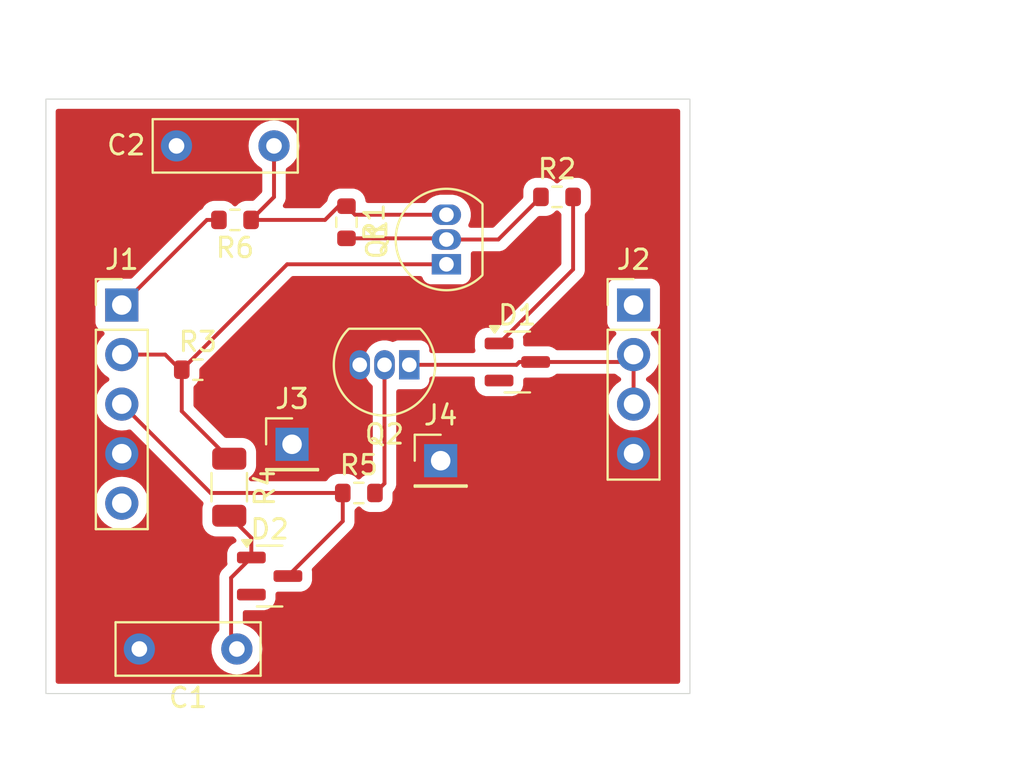
<source format=kicad_pcb>
(kicad_pcb (version 20240108) (generator "pcbnew") (generator_version "8.0")
  (layers (0 "F.Cu" signal) (31 "B.Cu" signal) (34 "B.Paste" user) (35 "F.Paste" user) (36 "B.SilkS" user "B.Silkscreen") (37 "F.SilkS" user "F.Silkscreen") (38 "B.Mask" user) (39 "F.Mask" user) (44 "Edge.Cuts" user))
  (net 0 "")
  (net 1 "Net-(D2-A)")
  (net 2 "GND")
  (net 3 "Net-(Q1-E)")
  (net 4 "Net-(D1-K)")
  (net 5 "Net-(D1-A)")
  (net 6 "Net-(D2-K)")
  (net 7 "Net-(J1-Pin_1)")
  (net 9 "Net-(J1-Pin_2)")
  (net 10 "Net-(Q1-B)")
  (net 11 "Net-(Q2-B)")
  (footprint "Connector_PinHeader_2.54mm:PinHeader_1x01_P2.54mm_Vertical" (layer "F.Cu") (at 120.57 87.12)
    (property "Reference" "J4" (at 0 -2.33 0) (layer "F.SilkS"))
    (property "Value" "Conn_01x01_Socket")
    (fp_line (start -1.33 -1.33) (end 0 -1.33) (stroke (width 0.12)) (layer "F.SilkS"))
    (fp_line (start -1.33 0) (end -1.33 -1.33) (stroke (width 0.12)) (layer "F.SilkS"))
    (fp_line (start -1.33 1.27) (end -1.33 1.33) (stroke (width 0.12)) (layer "F.SilkS"))
    (fp_line (start -1.33 1.27) (end 1.33 1.27) (stroke (width 0.12)) (layer "F.SilkS"))
    (fp_line (start -1.33 1.33) (end 1.33 1.33) (stroke (width 0.12)) (layer "F.SilkS"))
    (fp_line (start 1.33 1.27) (end 1.33 1.33) (stroke (width 0.12)) (layer "F.SilkS"))
    (pad "1" thru_hole rect (at 0 0) (size 1.7 1.7) (drill 1) (layers "*.Cu" "*.Mask") (net 2 "GND"))
  )
  (footprint "Package_TO_SOT_SMD:SOT-23" (layer "F.Cu") (at 111.8 93.035)
    (property "Reference" "D2" (at 0 -2.4 0) (layer "F.SilkS"))
    (property "Value" "1N4148")
    (fp_line (start 0 -1.56) (end -0.65 -1.56) (stroke (width 0.12)) (layer "F.SilkS"))
    (fp_line (start 0 -1.56) (end 0.65 -1.56) (stroke (width 0.12)) (layer "F.SilkS"))
    (fp_line (start 0 1.56) (end -0.65 1.56) (stroke (width 0.12)) (layer "F.SilkS"))
    (fp_line (start 0 1.56) (end 0.65 1.56) (stroke (width 0.12)) (layer "F.SilkS"))
    (fp_poly (pts (xy -1.1625 -1.51) (xy -1.4025 -1.84) (xy -0.9225 -1.84) (xy -1.1625 -1.51)) (stroke (width 0.12)) (fill solid) (layer "F.SilkS"))
    (pad "1" smd roundrect (at -0.9375 -0.95) (size 1.475 0.6) (layers "F.Cu" "F.Paste" "F.Mask") (net 1 "Net-(D2-A)"))
    (pad "2" smd roundrect (at -0.9375 0.95) (size 1.475 0.6) (layers "F.Cu" "F.Paste" "F.Mask"))
    (pad "3" smd roundrect (at 0.9375 0) (size 1.475 0.6) (layers "F.Cu" "F.Paste" "F.Mask") (net 6 "Net-(D2-K)"))
  )
  (footprint "Resistor_SMD:R_0603_1608Metric" (layer "F.Cu") (at 126.535 73.595)
    (property "Reference" "R2" (at 0 -1.43 0) (layer "F.SilkS"))
    (property "Value" "33k")
    (fp_line (start -0.237258 -0.5225) (end 0.237258 -0.5225) (stroke (width 0.12)) (layer "F.SilkS"))
    (fp_line (start -0.237258 0.5225) (end 0.237258 0.5225) (stroke (width 0.12)) (layer "F.SilkS"))
    (pad "1" smd roundrect (at -0.825 0) (size 0.8 0.95) (layers "F.Cu" "F.Paste" "F.Mask") (net 10 "Net-(Q1-B)"))
    (pad "2" smd roundrect (at 0.825 0) (size 0.8 0.95) (layers "F.Cu" "F.Paste" "F.Mask") (net 5 "Net-(D1-A)"))
  )
  (footprint "Resistor_SMD:R_0603_1608Metric" (layer "F.Cu") (at 115.74 74.895 -90)
    (property "Reference" "R1" (at 0 -1.43 90) (layer "F.SilkS"))
    (property "Value" "33k")
    (fp_line (start -0.237258 0.5225) (end 0.237258 0.5225) (stroke (width 0.12)) (layer "F.SilkS"))
    (fp_line (start -0.237258 -0.5225) (end 0.237258 -0.5225) (stroke (width 0.12)) (layer "F.SilkS"))
    (pad "1" smd roundrect (at -0.825 0 270) (size 0.8 0.95) (layers "F.Cu" "F.Paste" "F.Mask") (net 3 "Net-(Q1-E)"))
    (pad "2" smd roundrect (at 0.825 0 270) (size 0.8 0.95) (layers "F.Cu" "F.Paste" "F.Mask") (net 10 "Net-(Q1-B)"))
  )
  (footprint "Resistor_SMD:R_0603_1608Metric" (layer "F.Cu") (at 116.375 88.775)
    (property "Reference" "R5" (at 0 -1.43 0) (layer "F.SilkS"))
    (property "Value" "15k")
    (fp_line (start -0.237258 -0.5225) (end 0.237258 -0.5225) (stroke (width 0.12)) (layer "F.SilkS"))
    (fp_line (start -0.237258 0.5225) (end 0.237258 0.5225) (stroke (width 0.12)) (layer "F.SilkS"))
    (pad "1" smd roundrect (at -0.825 0) (size 0.8 0.95) (layers "F.Cu" "F.Paste" "F.Mask") (net 6 "Net-(D2-K)"))
    (pad "2" smd roundrect (at 0.825 0) (size 0.8 0.95) (layers "F.Cu" "F.Paste" "F.Mask") (net 11 "Net-(Q2-B)"))
  )
  (footprint "Resistor_SMD:R_0603_1608Metric" (layer "F.Cu") (at 110.025 74.775 180)
    (property "Reference" "R6" (at 0 -1.43 0) (layer "F.SilkS"))
    (property "Value" "150R")
    (fp_line (start -0.237258 0.5225) (end 0.237258 0.5225) (stroke (width 0.12)) (layer "F.SilkS"))
    (fp_line (start -0.237258 -0.5225) (end 0.237258 -0.5225) (stroke (width 0.12)) (layer "F.SilkS"))
    (pad "1" smd roundrect (at -0.825 0 180) (size 0.8 0.95) (layers "F.Cu" "F.Paste" "F.Mask") (net 3 "Net-(Q1-E)"))
    (pad "2" smd roundrect (at 0.825 0 180) (size 0.8 0.95) (layers "F.Cu" "F.Paste" "F.Mask") (net 7 "Net-(J1-Pin_1)"))
  )
  (footprint "Connector_PinHeader_2.54mm:PinHeader_1x05_P2.54mm_Vertical" (layer "F.Cu") (at 104.22 79.14)
    (property "Reference" "J1" (at 0 -2.33 0) (layer "F.SilkS"))
    (property "Value" "Conn_01x05_Pin")
    (fp_line (start -1.33 -1.33) (end 0 -1.33) (stroke (width 0.12)) (layer "F.SilkS"))
    (fp_line (start -1.33 0) (end -1.33 -1.33) (stroke (width 0.12)) (layer "F.SilkS"))
    (fp_line (start -1.33 1.27) (end -1.33 11.49) (stroke (width 0.12)) (layer "F.SilkS"))
    (fp_line (start -1.33 1.27) (end 1.33 1.27) (stroke (width 0.12)) (layer "F.SilkS"))
    (fp_line (start -1.33 11.49) (end 1.33 11.49) (stroke (width 0.12)) (layer "F.SilkS"))
    (fp_line (start 1.33 1.27) (end 1.33 11.49) (stroke (width 0.12)) (layer "F.SilkS"))
    (pad "1" thru_hole rect (at 0 0) (size 1.7 1.7) (drill 1) (layers "*.Cu" "*.Mask") (net 7 "Net-(J1-Pin_1)"))
    (pad "2" thru_hole oval (at 0 2.54) (size 1.7 1.7) (drill 1) (layers "*.Cu" "*.Mask") (net 9 "Net-(J1-Pin_2)"))
    (pad "3" thru_hole oval (at 0 5.08) (size 1.7 1.7) (drill 1) (layers "*.Cu" "*.Mask") (net 6 "Net-(D2-K)"))
    (pad "4" thru_hole oval (at 0 7.62) (size 1.7 1.7) (drill 1) (layers "*.Cu" "*.Mask") (net 2 "GND"))
    (pad "5" thru_hole oval (at 0 10.16) (size 1.7 1.7) (drill 1) (layers "*.Cu" "*.Mask"))
  )
  (footprint "Package_TO_SOT_THT:TO-92_Inline" (layer "F.Cu") (at 118.96 82.205 180)
    (property "Reference" "Q2" (at 1.27 -3.56 0) (layer "F.SilkS"))
    (property "Value" "BC547")
    (fp_line (start -0.53 1.85) (end 3.07 1.85) (stroke (width 0.12)) (layer "F.SilkS"))
    (fp_arc (start 1.27 -2.6) (mid 3.672087 -0.994977) (end 3.108478 1.838478) (stroke (width 0.12)) (layer "F.SilkS"))
    (fp_arc (start -0.568478 1.838478) (mid -1.132087 -0.994977) (end 1.27 -2.6) (stroke (width 0.12)) (layer "F.SilkS"))
    (pad "1" thru_hole rect (at 0 0 180) (size 1.05 1.5) (drill 0.75) (layers "*.Cu" "*.Mask") (net 4 "Net-(D1-K)"))
    (pad "2" thru_hole oval (at 1.27 0 180) (size 1.05 1.5) (drill 0.75) (layers "*.Cu" "*.Mask") (net 11 "Net-(Q2-B)"))
    (pad "3" thru_hole oval (at 2.54 0 180) (size 1.05 1.5) (drill 0.75) (layers "*.Cu" "*.Mask") (net 2 "GND"))
  )
  (footprint "Resistor_SMD:R_1206_3216Metric" (layer "F.Cu") (at 109.73 88.48 -90)
    (property "Reference" "R4" (at 0 -1.82 90) (layer "F.SilkS"))
    (property "Value" "4k7")
    (fp_line (start -0.727064 0.91) (end 0.727064 0.91) (stroke (width 0.12)) (layer "F.SilkS"))
    (fp_line (start -0.727064 -0.91) (end 0.727064 -0.91) (stroke (width 0.12)) (layer "F.SilkS"))
    (pad "1" smd roundrect (at -1.4625 0 270) (size 1.125 1.75) (layers "F.Cu" "F.Paste" "F.Mask") (roundrect_rratio 0.222222) (net 9 "Net-(J1-Pin_2)"))
    (pad "2" smd roundrect (at 1.4625 0 270) (size 1.125 1.75) (layers "F.Cu" "F.Paste" "F.Mask") (roundrect_rratio 0.222222) (net 1 "Net-(D2-A)"))
  )
  (footprint "Connector_PinHeader_2.54mm:PinHeader_1x01_P2.54mm_Vertical" (layer "F.Cu") (at 112.95 86.28)
    (property "Reference" "J3" (at 0 -2.33 0) (layer "F.SilkS"))
    (property "Value" "Conn_01x01_Socket")
    (fp_line (start -1.33 -1.33) (end 0 -1.33) (stroke (width 0.12)) (layer "F.SilkS"))
    (fp_line (start -1.33 0) (end -1.33 -1.33) (stroke (width 0.12)) (layer "F.SilkS"))
    (fp_line (start -1.33 1.27) (end -1.33 1.33) (stroke (width 0.12)) (layer "F.SilkS"))
    (fp_line (start -1.33 1.27) (end 1.33 1.27) (stroke (width 0.12)) (layer "F.SilkS"))
    (fp_line (start -1.33 1.33) (end 1.33 1.33) (stroke (width 0.12)) (layer "F.SilkS"))
    (fp_line (start 1.33 1.27) (end 1.33 1.33) (stroke (width 0.12)) (layer "F.SilkS"))
    (pad "1" thru_hole rect (at 0 0) (size 1.7 1.7) (drill 1) (layers "*.Cu" "*.Mask") (net 2 "GND"))
  )
  (footprint "Connector_PinHeader_2.54mm:PinHeader_1x04_P2.54mm_Vertical" (layer "F.Cu") (at 130.46 79.14)
    (property "Reference" "J2" (at 0 -2.33 0) (layer "F.SilkS"))
    (property "Value" "AudioPlug4")
    (fp_line (start -1.33 -1.33) (end 0 -1.33) (stroke (width 0.12)) (layer "F.SilkS"))
    (fp_line (start -1.33 0) (end -1.33 -1.33) (stroke (width 0.12)) (layer "F.SilkS"))
    (fp_line (start -1.33 1.27) (end -1.33 8.95) (stroke (width 0.12)) (layer "F.SilkS"))
    (fp_line (start -1.33 1.27) (end 1.33 1.27) (stroke (width 0.12)) (layer "F.SilkS"))
    (fp_line (start -1.33 8.95) (end 1.33 8.95) (stroke (width 0.12)) (layer "F.SilkS"))
    (fp_line (start 1.33 1.27) (end 1.33 8.95) (stroke (width 0.12)) (layer "F.SilkS"))
    (pad "R1" thru_hole oval (at 0 2.54) (size 1.7 1.7) (drill 1) (layers "*.Cu" "*.Mask") (net 4 "Net-(D1-K)"))
    (pad "R2" thru_hole oval (at 0 5.08) (size 1.7 1.7) (drill 1) (layers "*.Cu" "*.Mask") (net 4 "Net-(D1-K)"))
    (pad "S" thru_hole oval (at 0 7.62) (size 1.7 1.7) (drill 1) (layers "*.Cu" "*.Mask") (net 2 "GND"))
    (pad "T" thru_hole rect (at 0 0) (size 1.7 1.7) (drill 1) (layers "*.Cu" "*.Mask"))
  )
  (footprint "Capacitor_THT:C_Rect_L7.2mm_W2.5mm_P5.00mm_FKS2_FKP2_MKS2_MKP2" (layer "F.Cu") (at 110.12 96.775 180)
    (property "Reference" "C1" (at 2.5 -2.5 0) (layer "F.SilkS"))
    (property "Value" "0.47µF")
    (fp_line (start 6.22 -1.37) (end 6.22 1.37) (stroke (width 0.12)) (layer "F.SilkS"))
    (fp_line (start -1.22 1.37) (end 6.22 1.37) (stroke (width 0.12)) (layer "F.SilkS"))
    (fp_line (start -1.22 -1.37) (end 6.22 -1.37) (stroke (width 0.12)) (layer "F.SilkS"))
    (fp_line (start -1.22 -1.37) (end -1.22 1.37) (stroke (width 0.12)) (layer "F.SilkS"))
    (pad "1" thru_hole circle (at 0 0 180) (size 1.6 1.6) (drill 0.8) (layers "*.Cu" "*.Mask") (net 1 "Net-(D2-A)"))
    (pad "2" thru_hole circle (at 5 0 180) (size 1.6 1.6) (drill 0.8) (layers "*.Cu" "*.Mask") (net 2 "GND"))
  )
  (footprint "Resistor_SMD:R_0603_1608Metric" (layer "F.Cu") (at 108.12 82.455)
    (property "Reference" "R3" (at 0 -1.43 0) (layer "F.SilkS"))
    (property "Value" "47k")
    (fp_line (start -0.237258 -0.5225) (end 0.237258 -0.5225) (stroke (width 0.12)) (layer "F.SilkS"))
    (fp_line (start -0.237258 0.5225) (end 0.237258 0.5225) (stroke (width 0.12)) (layer "F.SilkS"))
    (pad "1" smd roundrect (at -0.825 0) (size 0.8 0.95) (layers "F.Cu" "F.Paste" "F.Mask") (net 9 "Net-(J1-Pin_2)"))
    (pad "2" smd roundrect (at 0.825 0) (size 0.8 0.95) (layers "F.Cu" "F.Paste" "F.Mask") (net 2 "GND"))
  )
  (footprint "Package_TO_SOT_SMD:SOT-23" (layer "F.Cu") (at 124.5 82.06)
    (property "Reference" "D1" (at 0 -2.4 0) (layer "F.SilkS"))
    (property "Value" "1N4148")
    (fp_line (start 0 -1.56) (end -0.65 -1.56) (stroke (width 0.12)) (layer "F.SilkS"))
    (fp_line (start 0 -1.56) (end 0.65 -1.56) (stroke (width 0.12)) (layer "F.SilkS"))
    (fp_line (start 0 1.56) (end -0.65 1.56) (stroke (width 0.12)) (layer "F.SilkS"))
    (fp_line (start 0 1.56) (end 0.65 1.56) (stroke (width 0.12)) (layer "F.SilkS"))
    (fp_poly (pts (xy -1.1625 -1.51) (xy -1.4025 -1.84) (xy -0.9225 -1.84) (xy -1.1625 -1.51)) (stroke (width 0.12)) (fill solid) (layer "F.SilkS"))
    (pad "1" smd roundrect (at -0.9375 -0.95) (size 1.475 0.6) (layers "F.Cu" "F.Paste" "F.Mask") (net 5 "Net-(D1-A)"))
    (pad "2" smd roundrect (at -0.9375 0.95) (size 1.475 0.6) (layers "F.Cu" "F.Paste" "F.Mask"))
    (pad "3" smd roundrect (at 0.9375 0) (size 1.475 0.6) (layers "F.Cu" "F.Paste" "F.Mask") (net 4 "Net-(D1-K)"))
  )
  (footprint "Package_TO_SOT_THT:TO-92_Inline" (layer "F.Cu") (at 120.865 77.05 90)
    (property "Reference" "Q1" (at 1.27 -3.56 90) (layer "F.SilkS"))
    (property "Value" "BC557")
    (fp_line (start -0.53 1.85) (end 3.07 1.85) (stroke (width 0.12)) (layer "F.SilkS"))
    (fp_arc (start 1.27 -2.6) (mid 3.672087 -0.994977) (end 3.108478 1.838478) (stroke (width 0.12)) (layer "F.SilkS"))
    (fp_arc (start -0.568478 1.838478) (mid -1.132087 -0.994977) (end 1.27 -2.6) (stroke (width 0.12)) (layer "F.SilkS"))
    (pad "1" thru_hole rect (at 0 0 90) (size 1.05 1.5) (drill 0.75) (layers "*.Cu" "*.Mask") (net 9 "Net-(J1-Pin_2)"))
    (pad "2" thru_hole oval (at 1.27 0 90) (size 1.05 1.5) (drill 0.75) (layers "*.Cu" "*.Mask") (net 10 "Net-(Q1-B)"))
    (pad "3" thru_hole oval (at 2.54 0 90) (size 1.05 1.5) (drill 0.75) (layers "*.Cu" "*.Mask") (net 3 "Net-(Q1-E)"))
  )
  (footprint "Capacitor_THT:C_Rect_L7.2mm_W2.5mm_P5.00mm_FKS2_FKP2_MKS2_MKP2" (layer "F.Cu") (at 112.025 70.98 180)
    (property "Reference" "C2" (at 7.58 0.04 0) (layer "F.SilkS"))
    (property "Value" "1µF")
    (fp_line (start 6.22 -1.37) (end 6.22 1.37) (stroke (width 0.12)) (layer "F.SilkS"))
    (fp_line (start -1.22 1.37) (end 6.22 1.37) (stroke (width 0.12)) (layer "F.SilkS"))
    (fp_line (start -1.22 -1.37) (end 6.22 -1.37) (stroke (width 0.12)) (layer "F.SilkS"))
    (fp_line (start -1.22 -1.37) (end -1.22 1.37) (stroke (width 0.12)) (layer "F.SilkS"))
    (pad "1" thru_hole circle (at 0 0 180) (size 1.6 1.6) (drill 0.8) (layers "*.Cu" "*.Mask") (net 3 "Net-(Q1-E)"))
    (pad "2" thru_hole circle (at 5 0 180) (size 1.6 1.6) (drill 0.8) (layers "*.Cu" "*.Mask") (net 2 "GND"))
  )
  (gr_rect (start 100.33 68.58) (end 133.35 99.06) (stroke (width 0.05)) (fill none) (layer "Edge.Cuts"))
  (segment (start 110.8625 91.075) (end 110.8625 92.085) (width 0.2) (layer "F.Cu") (net 1))
  (segment (start 109.825 93.1225) (end 109.825 96.48) (width 0.2) (layer "F.Cu") (net 1))
  (segment (start 110.8625 92.085) (end 109.825 93.1225) (width 0.2) (layer "F.Cu") (net 1))
  (segment (start 109.825 96.48) (end 110.12 96.775) (width 0.2) (layer "F.Cu") (net 1))
  (segment (start 109.73 89.9425) (end 110.8625 91.075) (width 0.2) (layer "F.Cu") (net 1))
  (segment (start 115.345 74.07) (end 114.64 74.775) (width 0.2) (layer "F.Cu") (net 3))
  (segment (start 114.64 74.775) (end 110.85 74.775) (width 0.2) (layer "F.Cu") (net 3))
  (segment (start 112.025 70.98) (end 112.025 73.6) (width 0.2) (layer "F.Cu") (net 3))
  (segment (start 120.865 74.51) (end 116.18 74.51) (width 0.2) (layer "F.Cu") (net 3))
  (segment (start 116.18 74.51) (end 115.74 74.07) (width 0.2) (layer "F.Cu") (net 3))
  (segment (start 115.74 74.07) (end 115.345 74.07) (width 0.2) (layer "F.Cu") (net 3))
  (segment (start 112.025 73.6) (end 110.85 74.775) (width 0.2) (layer "F.Cu") (net 3))
  (segment (start 124.605 82.06) (end 124.46 82.205) (width 0.2) (layer "F.Cu") (net 4))
  (segment (start 130.46 81.68) (end 130.46 84.22) (width 0.2) (layer "F.Cu") (net 4))
  (segment (start 124.46 82.205) (end 118.96 82.205) (width 0.2) (layer "F.Cu") (net 4))
  (segment (start 130.08 82.06) (end 130.46 81.68) (width 0.2) (layer "F.Cu") (net 4))
  (segment (start 125.4375 82.06) (end 124.605 82.06) (width 0.2) (layer "F.Cu") (net 4))
  (segment (start 125.4375 82.06) (end 130.08 82.06) (width 0.2) (layer "F.Cu") (net 4))
  (segment (start 127.36 73.595) (end 127.36 77.3125) (width 0.2) (layer "F.Cu") (net 5))
  (segment (start 127.36 77.3125) (end 123.5625 81.11) (width 0.2) (layer "F.Cu") (net 5))
  (segment (start 108.775 88.775) (end 104.22 84.22) (width 0.2) (layer "F.Cu") (net 6))
  (segment (start 115.55 88.775) (end 108.775 88.775) (width 0.2) (layer "F.Cu") (net 6))
  (segment (start 115.55 88.775) (end 115.55 90.2225) (width 0.2) (layer "F.Cu") (net 6))
  (segment (start 115.55 90.2225) (end 112.7375 93.035) (width 0.2) (layer "F.Cu") (net 6))
  (segment (start 108.585 74.775) (end 104.22 79.14) (width 0.2) (layer "F.Cu") (net 7))
  (segment (start 109.2 74.775) (end 108.585 74.775) (width 0.2) (layer "F.Cu") (net 7))
  (segment (start 107.295 82.455) (end 107.22 82.455) (width 0.2) (layer "F.Cu") (net 9))
  (segment (start 120.865 77.05) (end 112.7 77.05) (width 0.2) (layer "F.Cu") (net 9))
  (segment (start 112.7 77.05) (end 107.295 82.455) (width 0.2) (layer "F.Cu") (net 9))
  (segment (start 107.295 84.5825) (end 109.73 87.0175) (width 0.2) (layer "F.Cu") (net 9))
  (segment (start 106.445 81.68) (end 104.22 81.68) (width 0.2) (layer "F.Cu") (net 9))
  (segment (start 107.295 82.455) (end 107.295 84.5825) (width 0.2) (layer "F.Cu") (net 9))
  (segment (start 107.22 82.455) (end 106.445 81.68) (width 0.2) (layer "F.Cu") (net 9))
  (segment (start 123.525 75.78) (end 125.71 73.595) (width 0.2) (layer "F.Cu") (net 10))
  (segment (start 120.17 75.72) (end 115.74 75.72) (width 0.2) (layer "F.Cu") (net 10))
  (segment (start 120.865 75.78) (end 120.23 75.78) (width 0.2) (layer "F.Cu") (net 10))
  (segment (start 120.23 75.78) (end 120.17 75.72) (width 0.2) (layer "F.Cu") (net 10))
  (segment (start 120.865 75.78) (end 123.525 75.78) (width 0.2) (layer "F.Cu") (net 10))
  (segment (start 117.69 88.285) (end 117.69 82.205) (width 0.2) (layer "F.Cu") (net 11))
  (segment (start 117.2 88.775) (end 117.69 88.285) (width 0.2) (layer "F.Cu") (net 11))
  (zone (net 2) (net_name "GND") (layer "F.Cu") (connect_pads yes (clearance 0.5)) (min_thickness 0.25) (fill yes (thermal_gap 0.5) (thermal_bridge_width 0.5))
    (polygon (pts (xy 99.06 63.5) (xy 99.06 102.87) (xy 150.495 102.87) (xy 150.495 63.5)))
  )
)
</source>
